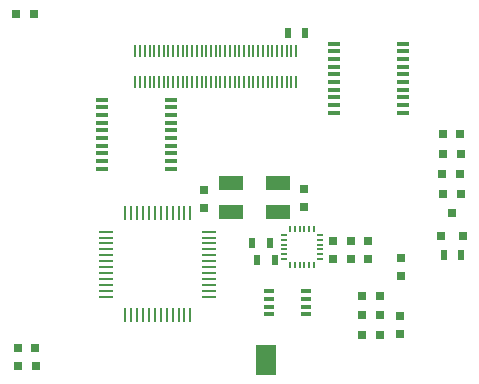
<source format=gbr>
G04 #@! TF.FileFunction,Paste,Top*
%FSLAX46Y46*%
G04 Gerber Fmt 4.6, Leading zero omitted, Abs format (unit mm)*
G04 Created by KiCad (PCBNEW 4.0.0-rc2-stable) date 6/30/2016 5:54:54 PM*
%MOMM*%
G01*
G04 APERTURE LIST*
%ADD10C,0.100000*%
%ADD11R,0.500000X0.900000*%
%ADD12R,0.800000X0.750000*%
%ADD13R,0.750000X0.800000*%
%ADD14R,0.797560X0.797560*%
%ADD15R,1.700000X2.500000*%
%ADD16R,0.800100X0.800100*%
%ADD17R,0.990600X0.304800*%
%ADD18R,0.600000X0.230000*%
%ADD19R,0.230000X0.600000*%
%ADD20R,0.250000X1.300000*%
%ADD21R,1.300000X0.250000*%
%ADD22R,2.000000X1.300000*%
%ADD23R,0.198120X1.137920*%
%ADD24R,0.812800X0.355600*%
G04 APERTURE END LIST*
D10*
D11*
X63380000Y-80690000D03*
X64880000Y-80690000D03*
X63790000Y-82170000D03*
X65290000Y-82170000D03*
D12*
X72710000Y-86820000D03*
X74210000Y-86820000D03*
X81040000Y-73180000D03*
X79540000Y-73180000D03*
X81080000Y-76540000D03*
X79580000Y-76540000D03*
X81020000Y-71440000D03*
X79520000Y-71440000D03*
X79482619Y-74825000D03*
X80982619Y-74825000D03*
D13*
X75970000Y-83480000D03*
X75970000Y-81980000D03*
X73210000Y-82040000D03*
X73210000Y-80540000D03*
X70200000Y-82040000D03*
X70200000Y-80540000D03*
D12*
X72710000Y-88450000D03*
X74210000Y-88450000D03*
X72720000Y-85190000D03*
X74220000Y-85190000D03*
D13*
X71750000Y-80520000D03*
X71750000Y-82020000D03*
X75930000Y-86900000D03*
X75930000Y-88400000D03*
X67750000Y-77670000D03*
X67750000Y-76170000D03*
X59340000Y-76200000D03*
X59340000Y-77700000D03*
D14*
X43400700Y-61300000D03*
X44899300Y-61300000D03*
X45029300Y-89630000D03*
X43530700Y-89630000D03*
X45049300Y-91150000D03*
X43550700Y-91150000D03*
D15*
X64570000Y-90615000D03*
D16*
X79350000Y-80150760D03*
X81250000Y-80150760D03*
X80300000Y-78151780D03*
D11*
X66380000Y-62940000D03*
X67880000Y-62940000D03*
X81100000Y-81750000D03*
X79600000Y-81750000D03*
D17*
X70312200Y-63825000D03*
X70312200Y-64475000D03*
X70312200Y-65125000D03*
X70312200Y-65775000D03*
X70312200Y-66425000D03*
X70312200Y-67075000D03*
X70312200Y-67725000D03*
X70312200Y-68375000D03*
X76147800Y-68375000D03*
X76147800Y-67725000D03*
X76147800Y-67075000D03*
X76147800Y-66425000D03*
X76147800Y-65775000D03*
X76147800Y-65125000D03*
X76147800Y-64475000D03*
X76147800Y-63825000D03*
X70312200Y-69025000D03*
X70312200Y-69675000D03*
X76147800Y-69025000D03*
X76147800Y-69675000D03*
X56537800Y-74405000D03*
X56537800Y-73755000D03*
X56537800Y-73105000D03*
X56537800Y-72455000D03*
X56537800Y-71805000D03*
X56537800Y-71155000D03*
X56537800Y-70505000D03*
X56537800Y-69855000D03*
X50702200Y-69855000D03*
X50702200Y-70505000D03*
X50702200Y-71155000D03*
X50702200Y-71805000D03*
X50702200Y-72455000D03*
X50702200Y-73105000D03*
X50702200Y-73755000D03*
X50702200Y-74405000D03*
X56537800Y-69205000D03*
X56537800Y-68555000D03*
X50702200Y-69205000D03*
X50702200Y-68555000D03*
D18*
X66110000Y-80050000D03*
X66110000Y-80450000D03*
X66110000Y-80850000D03*
X66110000Y-81250000D03*
X66110000Y-81650000D03*
X66110000Y-82050000D03*
D19*
X66610000Y-82550000D03*
X67010000Y-82550000D03*
X67410000Y-82550000D03*
X67810000Y-82550000D03*
X68210000Y-82550000D03*
X68610000Y-82550000D03*
D18*
X69110000Y-82050000D03*
X69110000Y-81650000D03*
X69110000Y-81250000D03*
X69110000Y-80850000D03*
X69110000Y-80450000D03*
X69110000Y-80050000D03*
D19*
X68610000Y-79550000D03*
X68210000Y-79550000D03*
X67810000Y-79550000D03*
X67410000Y-79550000D03*
X67010000Y-79550000D03*
X66610000Y-79550000D03*
D20*
X52650000Y-86840000D03*
X53150000Y-86840000D03*
X53650000Y-86840000D03*
X54150000Y-86840000D03*
X54650000Y-86840000D03*
X55150000Y-86840000D03*
X55650000Y-86840000D03*
X56150000Y-86840000D03*
X56650000Y-86840000D03*
X57150000Y-86840000D03*
X57650000Y-86840000D03*
X58150000Y-86840000D03*
D21*
X59750000Y-85240000D03*
X59750000Y-84740000D03*
X59750000Y-84240000D03*
X59750000Y-83740000D03*
X59750000Y-83240000D03*
X59750000Y-82740000D03*
X59750000Y-82240000D03*
X59750000Y-81740000D03*
X59750000Y-81240000D03*
X59750000Y-80740000D03*
X59750000Y-80240000D03*
X59750000Y-79740000D03*
D20*
X58150000Y-78140000D03*
X57650000Y-78140000D03*
X57150000Y-78140000D03*
X56650000Y-78140000D03*
X56150000Y-78140000D03*
X55650000Y-78140000D03*
X55150000Y-78140000D03*
X54650000Y-78140000D03*
X54150000Y-78140000D03*
X53650000Y-78140000D03*
X53150000Y-78140000D03*
X52650000Y-78140000D03*
D21*
X51050000Y-79740000D03*
X51050000Y-80240000D03*
X51050000Y-80740000D03*
X51050000Y-81240000D03*
X51050000Y-81740000D03*
X51050000Y-82240000D03*
X51050000Y-82740000D03*
X51050000Y-83240000D03*
X51050000Y-83740000D03*
X51050000Y-84240000D03*
X51050000Y-84740000D03*
X51050000Y-85240000D03*
D22*
X61560000Y-78060000D03*
X65560000Y-78060000D03*
X65560000Y-75660000D03*
X61560000Y-75660000D03*
D23*
X53497680Y-64428660D03*
X53497680Y-67067720D03*
X53899000Y-64428660D03*
X53899000Y-67067720D03*
X54297780Y-64428660D03*
X54297780Y-67067720D03*
X54699100Y-64428660D03*
X54699100Y-67067720D03*
X55097880Y-64428660D03*
X55097880Y-67067720D03*
X55499200Y-64428660D03*
X55499200Y-67067720D03*
X55897980Y-64428660D03*
X55897980Y-67067720D03*
X56299300Y-64428660D03*
X56299300Y-67067720D03*
X56698080Y-64428660D03*
X56698080Y-67067720D03*
X57099400Y-64428660D03*
X57099400Y-67067720D03*
X57498180Y-64428660D03*
X57498180Y-67067720D03*
X57899500Y-64428660D03*
X57899500Y-67067720D03*
X58298280Y-64428660D03*
X58298280Y-67067720D03*
X58699600Y-64428660D03*
X58699600Y-67067720D03*
X59098380Y-64428660D03*
X59098380Y-67067720D03*
X59499700Y-64428660D03*
X59499700Y-67067720D03*
X59898480Y-64428660D03*
X59898480Y-67067720D03*
X60299800Y-64428660D03*
X60299800Y-67067720D03*
X60698580Y-64428660D03*
X60698580Y-67067720D03*
X61099900Y-64428660D03*
X61099900Y-67067720D03*
X61498680Y-64428660D03*
X61498680Y-67067720D03*
X61900000Y-64428660D03*
X61900000Y-67067720D03*
X62298780Y-64428660D03*
X62298780Y-67067720D03*
X62697560Y-64428660D03*
X62697560Y-67067720D03*
X63098880Y-64428660D03*
X63098880Y-67067720D03*
X63497660Y-64428660D03*
X63497660Y-67067720D03*
X63898980Y-64428660D03*
X63898980Y-67067720D03*
X64297760Y-64428660D03*
X64297760Y-67067720D03*
X64699080Y-64428660D03*
X64699080Y-67067720D03*
X65097860Y-64428660D03*
X65097860Y-67067720D03*
X65499180Y-64428660D03*
X65499180Y-67067720D03*
X65897960Y-64428660D03*
X65897960Y-67067720D03*
X66299280Y-64428660D03*
X66299280Y-67067720D03*
X66698060Y-64428660D03*
X66698060Y-67067720D03*
X67099380Y-64428660D03*
X67099380Y-67067720D03*
D24*
X67919400Y-86740600D03*
X67919400Y-86080200D03*
X67919400Y-85419800D03*
X67919400Y-84759400D03*
X64820600Y-84759400D03*
X64820600Y-85419800D03*
X64820600Y-86080200D03*
X64820600Y-86740600D03*
M02*

</source>
